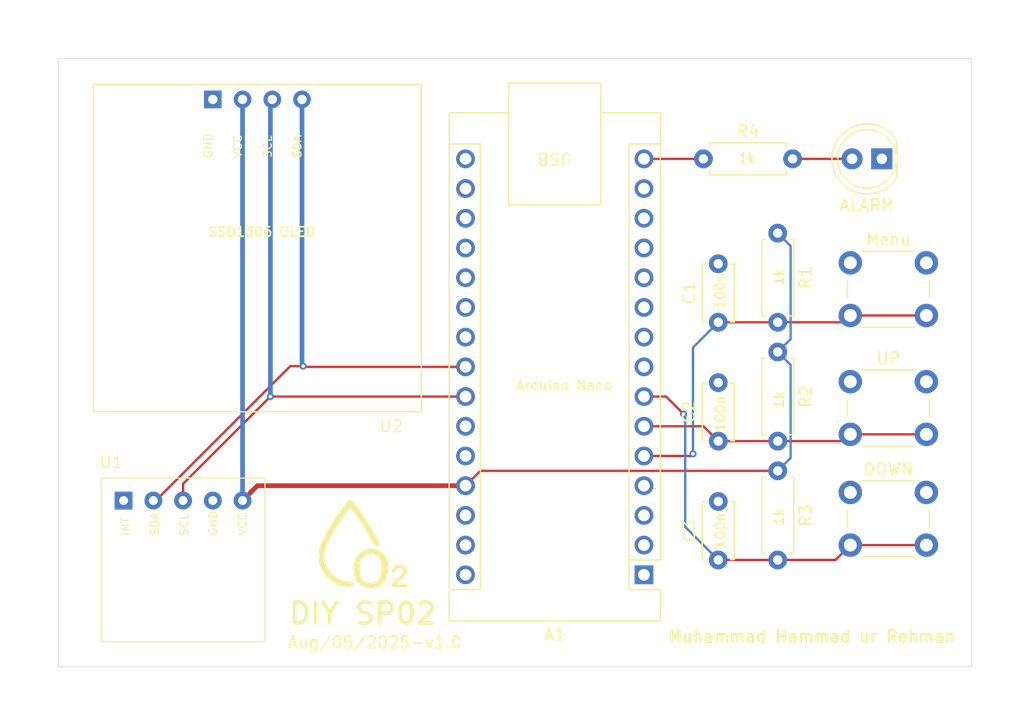
<source format=kicad_pcb>
(kicad_pcb (version 20241229) (generator "pcbnew") (generator_version "9.0")
  (layers (0 "F.Cu" signal) (4 "In1.Cu" signal) (6 "In2.Cu" signal) (2 "B.Cu" signal) (13 "F.Paste" user) (15 "B.Paste" user) (5 "F.SilkS" user "F.Silkscreen") (7 "B.SilkS" user "B.Silkscreen") (1 "F.Mask" user) (3 "B.Mask" user) (25 "Edge.Cuts" user))
  (net 0 "")
  (net 1 "Net-(A1-A5)")
  (net 3 "GND")
  (net 7 "Net-(A1-A4)")
  (net 12 "Net-(A1-D4)")
  (net 19 "Net-(A1-D3)")
  (net 20 "Net-(A1-D2)")
  (net 22 "+5V")
  (net 24 "Net-(A1-D12)")
  (net 30 "Net-(D1-A)")
  (footprint "Button_Switch_THT:SW_PUSH_6mm" (layer "F.Cu") (at 97.64 87.63)
    (property "Reference" "UP" (at 3.25 -2 0) (layer "F.SilkS"))
    (property "Value" "SW_Push")
    (fp_line (start -0.25 1.5) (end -0.25 3) (stroke (width 0.12)) (layer "F.SilkS"))
    (fp_line (start 1 5.5) (end 5.5 5.5) (stroke (width 0.12)) (layer "F.SilkS"))
    (fp_line (start 5.5 -1) (end 1 -1) (stroke (width 0.12)) (layer "F.SilkS"))
    (fp_line (start 6.75 3) (end 6.75 1.5) (stroke (width 0.12)) (layer "F.SilkS"))
    (pad "1" thru_hole circle (at 0 0 90) (size 2 2) (drill 1.1) (layers "*.Cu" "*.Mask") (net 3 "GND"))
    (pad "1" thru_hole circle (at 6.5 0 90) (size 2 2) (drill 1.1) (layers "*.Cu" "*.Mask") (net 3 "GND"))
    (pad "2" thru_hole circle (at 0 4.5 90) (size 2 2) (drill 1.1) (layers "*.Cu" "*.Mask") (net 19 "Net-(A1-D3)"))
    (pad "2" thru_hole circle (at 6.5 4.5 90) (size 2 2) (drill 1.1) (layers "*.Cu" "*.Mask") (net 19 "Net-(A1-D3)"))
  )
  (footprint "LED_THT:LED_D5.0mm" (layer "F.Cu") (at 100.33 68.58 180)
    (property "Reference" "ALARM" (at 1.27 -3.96 0) (layer "F.SilkS"))
    (property "Value" "LED")
    (fp_line (start -1.29 -1.545) (end -1.29 1.545) (stroke (width 0.12)) (layer "F.SilkS"))
    (fp_arc (start 4.26 0.000048) (mid 2.071756 2.880501) (end -1.29 1.54483) (stroke (width 0.12)) (layer "F.SilkS"))
    (fp_arc (start -1.29 -1.54483) (mid 2.071756 -2.880501) (end 4.26 -0.000048) (stroke (width 0.12)) (layer "F.SilkS"))
    (fp_circle (center 1.27 0) (end 3.77 0) (stroke (width 0.12)) (fill no) (layer "F.SilkS"))
    (pad "1" thru_hole rect (at 0 0 180) (size 1.8 1.8) (drill 0.9) (layers "*.Cu" "*.Mask") (net 3 "GND"))
    (pad "2" thru_hole circle (at 2.54 0 180) (size 1.8 1.8) (drill 0.9) (layers "*.Cu" "*.Mask") (net 30 "Net-(D1-A)"))
  )
  (footprint "Resistor_THT:R_Axial_DIN0207_L6.3mm_D2.5mm_P7.62mm_Horizontal" (layer "F.Cu") (at 91.44 85.09 -90)
    (property "Reference" "R2" (at 3.81 -2.37 90) (layer "F.SilkS"))
    (property "Value" "1k")
    (fp_line (start 0.54 1.37) (end 7.08 1.37) (stroke (width 0.12)) (layer "F.SilkS"))
    (fp_line (start 7.08 1.37) (end 7.08 1.04) (stroke (width 0.12)) (layer "F.SilkS"))
    (fp_line (start 0.54 1.04) (end 0.54 1.37) (stroke (width 0.12)) (layer "F.SilkS"))
    (fp_line (start 0.54 -1.04) (end 0.54 -1.37) (stroke (width 0.12)) (layer "F.SilkS"))
    (fp_line (start 0.54 -1.37) (end 7.08 -1.37) (stroke (width 0.12)) (layer "F.SilkS"))
    (fp_line (start 7.08 -1.37) (end 7.08 -1.04) (stroke (width 0.12)) (layer "F.SilkS"))
    (pad "1" thru_hole circle (at 0 0 270) (size 1.6 1.6) (drill 0.8) (layers "*.Cu" "*.Mask") (net 22 "+5V"))
    (pad "2" thru_hole oval (at 7.62 0 270) (size 1.6 1.6) (drill 0.8) (layers "*.Cu" "*.Mask") (net 19 "Net-(A1-D3)"))
  )
  (footprint "Resistor_THT:R_Axial_DIN0207_L6.3mm_D2.5mm_P7.62mm_Horizontal" (layer "F.Cu") (at 91.44 95.25 -90)
    (property "Reference" "R3" (at 3.81 -2.37 90) (layer "F.SilkS"))
    (property "Value" "1k")
    (fp_line (start 0.54 1.37) (end 7.08 1.37) (stroke (width 0.12)) (layer "F.SilkS"))
    (fp_line (start 7.08 1.37) (end 7.08 1.04) (stroke (width 0.12)) (layer "F.SilkS"))
    (fp_line (start 0.54 1.04) (end 0.54 1.37) (stroke (width 0.12)) (layer "F.SilkS"))
    (fp_line (start 0.54 -1.04) (end 0.54 -1.37) (stroke (width 0.12)) (layer "F.SilkS"))
    (fp_line (start 0.54 -1.37) (end 7.08 -1.37) (stroke (width 0.12)) (layer "F.SilkS"))
    (fp_line (start 7.08 -1.37) (end 7.08 -1.04) (stroke (width 0.12)) (layer "F.SilkS"))
    (pad "1" thru_hole circle (at 0 0 270) (size 1.6 1.6) (drill 0.8) (layers "*.Cu" "*.Mask") (net 22 "+5V"))
    (pad "2" thru_hole oval (at 7.62 0 270) (size 1.6 1.6) (drill 0.8) (layers "*.Cu" "*.Mask") (net 12 "Net-(A1-D4)"))
  )
  (footprint "sp02-stuff:MAX30102_MODULE" (layer "F.Cu") (at 40.64 102.87)
    (property "Reference" "U1" (at -6.14 -8.37 0) (layer "F.SilkS") (effects (font (thickness 0.1))))
    (property "Value" "MAX30102")
    (fp_line (start -7 -7) (end 7 -7) (stroke (width 0.1)) (layer "F.SilkS"))
    (fp_line (start -7 7) (end -7 -7) (stroke (width 0.1)) (layer "F.SilkS"))
    (fp_line (start 7 -7) (end 7 7) (stroke (width 0.1)) (layer "F.SilkS"))
    (fp_line (start 7 7) (end -7 7) (stroke (width 0.1)) (layer "F.SilkS"))
    (fp_text user "INT" (at -4.5 -2 90) (layer "F.SilkS") (effects (font (size 0.7 0.7) (thickness 0.1)) (justify left bottom)))
    (fp_text user "SCL" (at 0.5 -2 90) (layer "F.SilkS") (effects (font (size 0.7 0.7) (thickness 0.1)) (justify left bottom)))
    (fp_text user "GND" (at 3 -2 90) (layer "F.SilkS") (effects (font (size 0.7 0.7) (thickness 0.1)) (justify left bottom)))
    (fp_text user "VCC" (at 5.5 -2 90) (layer "F.SilkS") (effects (font (size 0.7 0.7) (thickness 0.1)) (justify left bottom)))
    (fp_text user "SDA" (at -2 -2 90) (layer "F.SilkS") (effects (font (size 0.7 0.7) (thickness 0.1)) (justify left bottom)))
    (pad "1" thru_hole rect (at -5.08 -5.08) (size 1.524 1.524) (drill 0.762) (layers "*.Cu" "*.Mask"))
    (pad "2" thru_hole circle (at -2.54 -5.08) (size 1.524 1.524) (drill 0.762) (layers "*.Cu" "*.Mask") (net 7 "Net-(A1-A4)"))
    (pad "3" thru_hole circle (at 0 -5.08) (size 1.524 1.524) (drill 0.762) (layers "*.Cu" "*.Mask") (net 1 "Net-(A1-A5)"))
    (pad "4" thru_hole circle (at 2.54 -5.08) (size 1.524 1.524) (drill 0.762) (layers "*.Cu" "*.Mask") (net 3 "GND"))
    (pad "5" thru_hole circle (at 5.08 -5.08) (size 1.524 1.524) (drill 0.762) (layers "*.Cu" "*.Mask") (net 22 "+5V"))
  )
  (footprint "Capacitor_THT:C_Disc_D4.7mm_W2.5mm_P5.00mm" (layer "F.Cu") (at 86.36 92.71 90)
    (property "Reference" "C2" (at 2.5 -2.5 90) (layer "F.SilkS"))
    (property "Value" "100n")
    (fp_line (start 4.97 -1.37) (end 4.97 -1.04) (stroke (width 0.12)) (layer "F.SilkS"))
    (fp_line (start 0.03 -1.37) (end 4.97 -1.37) (stroke (width 0.12)) (layer "F.SilkS"))
    (fp_line (start 0.03 -1.37) (end 0.03 -1.04) (stroke (width 0.12)) (layer "F.SilkS"))
    (fp_line (start 4.97 1.04) (end 4.97 1.37) (stroke (width 0.12)) (layer "F.SilkS"))
    (fp_line (start 0.03 1.04) (end 0.03 1.37) (stroke (width 0.12)) (layer "F.SilkS"))
    (fp_line (start 0.03 1.37) (end 4.97 1.37) (stroke (width 0.12)) (layer "F.SilkS"))
    (pad "1" thru_hole circle (at 0 0 90) (size 1.6 1.6) (drill 0.8) (layers "*.Cu" "*.Mask") (net 19 "Net-(A1-D3)"))
    (pad "2" thru_hole circle (at 5 0 90) (size 1.6 1.6) (drill 0.8) (layers "*.Cu" "*.Mask") (net 3 "GND"))
  )
  (footprint "Button_Switch_THT:SW_PUSH_6mm" (layer "F.Cu") (at 97.64 77.47)
    (property "Reference" "Menu" (at 3.25 -2 0) (layer "F.SilkS"))
    (property "Value" "SW_Push")
    (fp_line (start -0.25 1.5) (end -0.25 3) (stroke (width 0.12)) (layer "F.SilkS"))
    (fp_line (start 1 5.5) (end 5.5 5.5) (stroke (width 0.12)) (layer "F.SilkS"))
    (fp_line (start 5.5 -1) (end 1 -1) (stroke (width 0.12)) (layer "F.SilkS"))
    (fp_line (start 6.75 3) (end 6.75 1.5) (stroke (width 0.12)) (layer "F.SilkS"))
    (pad "1" thru_hole circle (at 0 0 90) (size 2 2) (drill 1.1) (layers "*.Cu" "*.Mask") (net 3 "GND"))
    (pad "1" thru_hole circle (at 6.5 0 90) (size 2 2) (drill 1.1) (layers "*.Cu" "*.Mask") (net 3 "GND"))
    (pad "2" thru_hole circle (at 0 4.5 90) (size 2 2) (drill 1.1) (layers "*.Cu" "*.Mask") (net 20 "Net-(A1-D2)"))
    (pad "2" thru_hole circle (at 6.5 4.5 90) (size 2 2) (drill 1.1) (layers "*.Cu" "*.Mask") (net 20 "Net-(A1-D2)"))
  )
  (footprint "Resistor_THT:R_Axial_DIN0207_L6.3mm_D2.5mm_P7.62mm_Horizontal" (layer "F.Cu") (at 91.44 74.93 -90)
    (property "Reference" "R1" (at 3.81 -2.37 90) (layer "F.SilkS"))
    (property "Value" "1k")
    (fp_line (start 0.54 1.37) (end 7.08 1.37) (stroke (width 0.12)) (layer "F.SilkS"))
    (fp_line (start 7.08 1.37) (end 7.08 1.04) (stroke (width 0.12)) (layer "F.SilkS"))
    (fp_line (start 0.54 1.04) (end 0.54 1.37) (stroke (width 0.12)) (layer "F.SilkS"))
    (fp_line (start 0.54 -1.04) (end 0.54 -1.37) (stroke (width 0.12)) (layer "F.SilkS"))
    (fp_line (start 0.54 -1.37) (end 7.08 -1.37) (stroke (width 0.12)) (layer "F.SilkS"))
    (fp_line (start 7.08 -1.37) (end 7.08 -1.04) (stroke (width 0.12)) (layer "F.SilkS"))
    (pad "1" thru_hole circle (at 0 0 270) (size 1.6 1.6) (drill 0.8) (layers "*.Cu" "*.Mask") (net 22 "+5V"))
    (pad "2" thru_hole oval (at 7.62 0 270) (size 1.6 1.6) (drill 0.8) (layers "*.Cu" "*.Mask") (net 20 "Net-(A1-D2)"))
  )
  (footprint "Capacitor_THT:C_Disc_D4.7mm_W2.5mm_P5.00mm" (layer "F.Cu") (at 86.36 102.87 90)
    (property "Reference" "C3" (at 2.5 -2.5 90) (layer "F.SilkS"))
    (property "Value" "100n")
    (fp_line (start 4.97 -1.37) (end 4.97 -1.04) (stroke (width 0.12)) (layer "F.SilkS"))
    (fp_line (start 0.03 -1.37) (end 4.97 -1.37) (stroke (width 0.12)) (layer "F.SilkS"))
    (fp_line (start 0.03 -1.37) (end 0.03 -1.04) (stroke (width 0.12)) (layer "F.SilkS"))
    (fp_line (start 4.97 1.04) (end 4.97 1.37) (stroke (width 0.12)) (layer "F.SilkS"))
    (fp_line (start 0.03 1.04) (end 0.03 1.37) (stroke (width 0.12)) (layer "F.SilkS"))
    (fp_line (start 0.03 1.37) (end 4.97 1.37) (stroke (width 0.12)) (layer "F.SilkS"))
    (pad "1" thru_hole circle (at 0 0 90) (size 1.6 1.6) (drill 0.8) (layers "*.Cu" "*.Mask") (net 12 "Net-(A1-D4)"))
    (pad "2" thru_hole circle (at 5 0 90) (size 1.6 1.6) (drill 0.8) (layers "*.Cu" "*.Mask") (net 3 "GND"))
  )
  (footprint "sp02-stuff:SSD1306" (layer "F.Cu") (at 46.99 76.2)
    (property "Reference" "U2" (at 11.43 15.24 0) (layer "F.SilkS") (effects (font (thickness 0.1))))
    (property "Value" "SSD1306")
    (fp_line (start -14 -14) (end 14 -14) (stroke (width 0.1)) (layer "F.SilkS"))
    (fp_line (start -14 14) (end -14 -14) (stroke (width 0.1)) (layer "F.SilkS"))
    (fp_line (start 14 -14) (end 14 14) (stroke (width 0.1)) (layer "F.SilkS"))
    (fp_line (start 14 14) (end -14 14) (stroke (width 0.1)) (layer "F.SilkS"))
    (fp_rect (start -14 -14) (end 14 14) (stroke (width 0.1)) (fill no) (layer "F.SilkS"))
    (fp_text user "SCL" (at 1.27 -7.62 90) (layer "F.SilkS") (effects (font (size 0.7 0.7) (thickness 0.1)) (justify left bottom)))
    (fp_text user "VCC" (at -1.27 -7.62 90) (layer "F.SilkS") (effects (font (size 0.7 0.7) (thickness 0.1)) (justify left bottom)))
    (fp_text user "GND" (at -3.81 -7.62 90) (layer "F.SilkS") (effects (font (size 0.7 0.7) (thickness 0.1)) (justify left bottom)))
    (fp_text user "SDA" (at 3.81 -7.62 90) (layer "F.SilkS") (effects (font (size 0.7 0.7) (thickness 0.1)) (justify left bottom)))
    (pad "1" thru_hole rect (at -3.81 -12.7) (size 1.5 1.5) (drill 0.8) (layers "*.Cu" "*.Mask") (net 3 "GND"))
    (pad "2" thru_hole circle (at -1.27 -12.7) (size 1.5 1.5) (drill 0.8) (layers "*.Cu" "*.Mask") (net 22 "+5V"))
    (pad "3" thru_hole circle (at 1.27 -12.7) (size 1.5 1.5) (drill 0.8) (layers "*.Cu" "*.Mask") (net 1 "Net-(A1-A5)"))
    (pad "4" thru_hole circle (at 3.81 -12.7) (size 1.5 1.5) (drill 0.8) (layers "*.Cu" "*.Mask") (net 7 "Net-(A1-A4)"))
  )
  (footprint "Capacitor_THT:C_Disc_D4.7mm_W2.5mm_P5.00mm" (layer "F.Cu") (at 86.36 82.55 90)
    (property "Reference" "C1" (at 2.5 -2.5 90) (layer "F.SilkS"))
    (property "Value" "100n")
    (fp_line (start 4.97 -1.37) (end 4.97 -1.04) (stroke (width 0.12)) (layer "F.SilkS"))
    (fp_line (start 0.03 -1.37) (end 4.97 -1.37) (stroke (width 0.12)) (layer "F.SilkS"))
    (fp_line (start 0.03 -1.37) (end 0.03 -1.04) (stroke (width 0.12)) (layer "F.SilkS"))
    (fp_line (start 4.97 1.04) (end 4.97 1.37) (stroke (width 0.12)) (layer "F.SilkS"))
    (fp_line (start 0.03 1.04) (end 0.03 1.37) (stroke (width 0.12)) (layer "F.SilkS"))
    (fp_line (start 0.03 1.37) (end 4.97 1.37) (stroke (width 0.12)) (layer "F.SilkS"))
    (pad "1" thru_hole circle (at 0 0 90) (size 1.6 1.6) (drill 0.8) (layers "*.Cu" "*.Mask") (net 20 "Net-(A1-D2)"))
    (pad "2" thru_hole circle (at 5 0 90) (size 1.6 1.6) (drill 0.8) (layers "*.Cu" "*.Mask") (net 3 "GND"))
  )
  (footprint "Module:Arduino_Nano" (layer "F.Cu") (at 80.01 104.14 180)
    (property "Reference" "A1" (at 7.62 -5.08 0) (layer "F.SilkS"))
    (property "Value" "Arduino_Nano_v3.x")
    (fp_line (start 16.64 39.5) (end 16.64 -3.94) (stroke (width 0.12)) (layer "F.SilkS"))
    (fp_line (start 16.64 39.5) (end 11.56 39.5) (stroke (width 0.12)) (layer "F.SilkS"))
    (fp_line (start 16.64 -3.94) (end -1.4 -3.94) (stroke (width 0.12)) (layer "F.SilkS"))
    (fp_line (start 13.97 36.83) (end 16.64 36.83) (stroke (width 0.12)) (layer "F.SilkS"))
    (fp_line (start 13.97 -1.27) (end 16.64 -1.27) (stroke (width 0.12)) (layer "F.SilkS"))
    (fp_line (start 13.97 -1.27) (end 13.97 36.83) (stroke (width 0.12)) (layer "F.SilkS"))
    (fp_line (start 11.56 42.04) (end 3.68 42.04) (stroke (width 0.12)) (layer "F.SilkS"))
    (fp_line (start 11.56 31.62) (end 11.56 42.04) (stroke (width 0.12)) (layer "F.SilkS"))
    (fp_line (start 3.68 42.04) (end 3.68 31.62) (stroke (width 0.12)) (layer "F.SilkS"))
    (fp_line (start 3.68 31.62) (end 11.56 31.62) (stroke (width 0.12)) (layer "F.SilkS"))
    (fp_line (start 1.27 36.83) (end -1.4 36.83) (stroke (width 0.12)) (layer "F.SilkS"))
    (fp_line (start 1.27 1.27) (end 1.27 36.83) (stroke (width 0.12)) (layer "F.SilkS"))
    (fp_line (start 1.27 1.27) (end 1.27 -1.27) (stroke (width 0.12)) (layer "F.SilkS"))
    (fp_line (start 1.27 1.27) (end -1.4 1.27) (stroke (width 0.12)) (layer "F.SilkS"))
    (fp_line (start 1.27 -1.27) (end -1.4 -1.27) (stroke (width 0.12)) (layer "F.SilkS"))
    (fp_line (start -1.4 39.5) (end 3.68 39.5) (stroke (width 0.12)) (layer "F.SilkS"))
    (fp_line (start -1.4 1.27) (end -1.4 39.5) (stroke (width 0.12)) (layer "F.SilkS"))
    (fp_line (start -1.4 -3.94) (end -1.4 -1.27) (stroke (width 0.12)) (layer "F.SilkS"))
    (fp_text user "USB" (at 7.62 35.56 180) (layer "F.SilkS"))
    (pad "1" thru_hole rect (at 0 0 180) (size 1.6 1.6) (drill 1) (layers "*.Cu" "*.Mask"))
    (pad "2" thru_hole oval (at 0 2.54 180) (size 1.6 1.6) (drill 1) (layers "*.Cu" "*.Mask"))
    (pad "3" thru_hole oval (at 0 5.08 180) (size 1.6 1.6) (drill 1) (layers "*.Cu" "*.Mask"))
    (pad "4" thru_hole oval (at 0 7.62 180) (size 1.6 1.6) (drill 1) (layers "*.Cu" "*.Mask") (net 3 "GND"))
    (pad "5" thru_hole oval (at 0 10.16 180) (size 1.6 1.6) (drill 1) (layers "*.Cu" "*.Mask") (net 20 "Net-(A1-D2)"))
    (pad "6" thru_hole oval (at 0 12.7 180) (size 1.6 1.6) (drill 1) (layers "*.Cu" "*.Mask") (net 19 "Net-(A1-D3)"))
    (pad "7" thru_hole oval (at 0 15.24 180) (size 1.6 1.6) (drill 1) (layers "*.Cu" "*.Mask") (net 12 "Net-(A1-D4)"))
    (pad "8" thru_hole oval (at 0 17.78 180) (size 1.6 1.6) (drill 1) (layers "*.Cu" "*.Mask"))
    (pad "9" thru_hole oval (at 0 20.32 180) (size 1.6 1.6) (drill 1) (layers "*.Cu" "*.Mask"))
    (pad "10" thru_hole oval (at 0 22.86 180) (size 1.6 1.6) (drill 1) (layers "*.Cu" "*.Mask"))
    (pad "11" thru_hole oval (at 0 25.4 180) (size 1.6 1.6) (drill 1) (layers "*.Cu" "*.Mask"))
    (pad "12" thru_hole oval (at 0 27.94 180) (size 1.6 1.6) (drill 1) (layers "*.Cu" "*.Mask"))
    (pad "13" thru_hole oval (at 0 30.48 180) (size 1.6 1.6) (drill 1) (layers "*.Cu" "*.Mask"))
    (pad "14" thru_hole oval (at 0 33.02 180) (size 1.6 1.6) (drill 1) (layers "*.Cu" "*.Mask"))
    (pad "15" thru_hole oval (at 0 35.56 180) (size 1.6 1.6) (drill 1) (layers "*.Cu" "*.Mask") (net 24 "Net-(A1-D12)"))
    (pad "16" thru_hole oval (at 15.24 35.56 180) (size 1.6 1.6) (drill 1) (layers "*.Cu" "*.Mask"))
    (pad "17" thru_hole oval (at 15.24 33.02 180) (size 1.6 1.6) (drill 1) (layers "*.Cu" "*.Mask"))
    (pad "18" thru_hole oval (at 15.24 30.48 180) (size 1.6 1.6) (drill 1) (layers "*.Cu" "*.Mask"))
    (pad "19" thru_hole oval (at 15.24 27.94 180) (size 1.6 1.6) (drill 1) (layers "*.Cu" "*.Mask"))
    (pad "20" thru_hole oval (at 15.24 25.4 180) (size 1.6 1.6) (drill 1) (layers "*.Cu" "*.Mask"))
    (pad "21" thru_hole oval (at 15.24 22.86 180) (size 1.6 1.6) (drill 1) (layers "*.Cu" "*.Mask"))
    (pad "22" thru_hole oval (at 15.24 20.32 180) (size 1.6 1.6) (drill 1) (layers "*.Cu" "*.Mask"))
    (pad "23" thru_hole oval (at 15.24 17.78 180) (size 1.6 1.6) (drill 1) (layers "*.Cu" "*.Mask") (net 7 "Net-(A1-A4)"))
    (pad "24" thru_hole oval (at 15.24 15.24 180) (size 1.6 1.6) (drill 1) (layers "*.Cu" "*.Mask") (net 1 "Net-(A1-A5)"))
    (pad "25" thru_hole oval (at 15.24 12.7 180) (size 1.6 1.6) (drill 1) (layers "*.Cu" "*.Mask"))
    (pad "26" thru_hole oval (at 15.24 10.16 180) (size 1.6 1.6) (drill 1) (layers "*.Cu" "*.Mask"))
    (pad "27" thru_hole oval (at 15.24 7.62 180) (size 1.6 1.6) (drill 1) (layers "*.Cu" "*.Mask") (net 22 "+5V"))
    (pad "28" thru_hole oval (at 15.24 5.08 180) (size 1.6 1.6) (drill 1) (layers "*.Cu" "*.Mask"))
    (pad "29" thru_hole oval (at 15.24 2.54 180) (size 1.6 1.6) (drill 1) (layers "*.Cu" "*.Mask") (net 3 "GND"))
    (pad "30" thru_hole oval (at 15.24 0 180) (size 1.6 1.6) (drill 1) (layers "*.Cu" "*.Mask"))
  )
  (footprint "Button_Switch_THT:SW_PUSH_6mm" (layer "F.Cu") (at 97.64 97.1)
    (property "Reference" "DOWN" (at 3.25 -2 0) (layer "F.SilkS"))
    (property "Value" "SW_Push")
    (fp_line (start -0.25 1.5) (end -0.25 3) (stroke (width 0.12)) (layer "F.SilkS"))
    (fp_line (start 1 5.5) (end 5.5 5.5) (stroke (width 0.12)) (layer "F.SilkS"))
    (fp_line (start 5.5 -1) (end 1 -1) (stroke (width 0.12)) (layer "F.SilkS"))
    (fp_line (start 6.75 3) (end 6.75 1.5) (stroke (width 0.12)) (layer "F.SilkS"))
    (pad "1" thru_hole circle (at 0 0 90) (size 2 2) (drill 1.1) (layers "*.Cu" "*.Mask") (net 3 "GND"))
    (pad "1" thru_hole circle (at 6.5 0 90) (size 2 2) (drill 1.1) (layers "*.Cu" "*.Mask") (net 3 "GND"))
    (pad "2" thru_hole circle (at 0 4.5 90) (size 2 2) (drill 1.1) (layers "*.Cu" "*.Mask") (net 12 "Net-(A1-D4)"))
    (pad "2" thru_hole circle (at 6.5 4.5 90) (size 2 2) (drill 1.1) (layers "*.Cu" "*.Mask") (net 12 "Net-(A1-D4)"))
  )
  (footprint "Resistor_THT:R_Axial_DIN0207_L6.3mm_D2.5mm_P7.62mm_Horizontal" (layer "F.Cu") (at 85.09 68.58)
    (property "Reference" "R4" (at 3.81 -2.37 0) (layer "F.SilkS"))
    (property "Value" "1k")
    (fp_line (start 0.54 -1.37) (end 7.08 -1.37) (stroke (width 0.12)) (layer "F.SilkS"))
    (fp_line (start 0.54 -1.04) (end 0.54 -1.37) (stroke (width 0.12)) (layer "F.SilkS"))
    (fp_line (start 0.54 1.04) (end 0.54 1.37) (stroke (width 0.12)) (layer "F.SilkS"))
    (fp_line (start 0.54 1.37) (end 7.08 1.37) (stroke (width 0.12)) (layer "F.SilkS"))
    (fp_line (start 7.08 -1.37) (end 7.08 -1.04) (stroke (width 0.12)) (layer "F.SilkS"))
    (fp_line (start 7.08 1.37) (end 7.08 1.04) (stroke (width 0.12)) (layer "F.SilkS"))
    (pad "1" thru_hole circle (at 0 0) (size 1.6 1.6) (drill 0.8) (layers "*.Cu" "*.Mask") (net 24 "Net-(A1-D12)"))
    (pad "2" thru_hole oval (at 7.62 0) (size 1.6 1.6) (drill 0.8) (layers "*.Cu" "*.Mask") (net 30 "Net-(D1-A)"))
  )
  (footprint "LOGO" (layer "F.Cu") (at 56 101.5)
    (property "Reference" "G***" (hide yes))
    (property "Value" "LOGO" (hide yes))
    (fp_poly (pts (xy 0.973924 0.42924) (xy 1.224688 0.489413) (xy 1.462026 0.594842) (xy 1.690073 0.743435) (xy 1.851165 0.897052) (xy 1.983144 1.09307) (xy 2.083657 1.326204) (xy 2.150351 1.591166) (xy 2.178939 1.841766) (xy 2.178544 2.175697) (xy 2.14017 2.489214) (xy 2.065779 2.777851) (xy 1.95733 3.037144) (xy 1.816786 3.262629) (xy 1.646106 3.449839) (xy 1.44725 3.59431) (xy 1.397613 3.621085) (xy 1.188117 3.703834) (xy 0.948001 3.759644) (xy 0.69571 3.785718) (xy 0.449689 3.779257) (xy 0.396447 3.772946) (xy 0.131295 3.711052) (xy -0.105592 3.604164) (xy -0.312108 3.455308) (xy -0.486145 3.26751) (xy -0.625597 3.043797) (xy -0.728357 2.787193) (xy -0.792319 2.500725) (xy -0.815375 2.187419) (xy -0.814755 2.161496) (xy -0.271632 2.161496) (xy -0.257868 2.400968) (xy -0.214673 2.631029) (xy -0.140571 2.843013) (xy -0.133276 2.858905) (xy -0.047197 3.00092) (xy 0.066755 3.129678) (xy 0.19463 3.231782) (xy 0.318253 3.292518) (xy 0.444071 3.31877) (xy 0.596139 3.329973) (xy 0.756839 3.326869) (xy 0.908557 3.310195) (xy 1.033677 3.280692) (xy 1.082567 3.260429) (xy 1.234429 3.151133) (xy 1.36142 2.996553) (xy 1.461711 2.800997) (xy 1.533472 2.568771) (xy 1.574872 2.304183) (xy 1.584912 2.077933) (xy 1.573313 1.804454) (xy 1.53739 1.574734) (xy 1.475235 1.382658) (xy 1.384942 1.222106) (xy 1.280529 1.101884) (xy 1.128667 0.992178) (xy 0.947663 0.919305) (xy 0.749671 0.884255) (xy 0.54685 0.888021) (xy 0.351353 0.931594) (xy 0.181208 1.012204) (xy 0.049371 1.1262) (xy -0.061888 1.28277) (xy -0.151094 1.473248) (xy -0.21677 1.688972) (xy -0.257441 1.921276) (xy -0.271632 2.161496) (xy -0.814755 2.161496) (xy -0.81179 2.037456) (xy -0.778206 1.716268) (xy -0.712218 1.434878) (xy -0.611484 1.187405) (xy -0.473661 0.96797) (xy -0.313783 0.787446) (xy -0.109411 0.624252) (xy 0.122855 0.507242) (xy 0.384049 0.436031) (xy 0.675203 0.410233) (xy 0.697201 0.410118)) (fill yes) (layer "F.SilkS"))
    (fp_poly (pts (xy 3.34004 1.795676) (xy 3.414821 1.81725) (xy 3.559351 1.891473) (xy 3.668714 2.001266) (xy 3.739595 2.137751) (xy 3.768679 2.292051) (xy 3.752651 2.455286) (xy 3.703346 2.589929) (xy 3.657547 2.666529) (xy 3.591891 2.748357) (xy 3.500462 2.841279) (xy 3.377344 2.951164) (xy 3.216618 3.08388) (xy 3.157911 3.13083) (xy 3.046284 3.224933) (xy 2.968537 3.301992) (xy 2.929813 3.356699) (xy 2.92642 3.369806) (xy 2.951793 3.377162) (xy 3.022109 3.383349) (xy 3.127635 3.387845) (xy 3.258636 3.39013) (xy 3.309594 3.390312) (xy 3.461567 3.39063) (xy 3.568777 3.392644) (xy 3.641142 3.397946) (xy 3.688582 3.408125) (xy 3.721014 3.424773) (xy 3.748358 3.44948) (xy 3.760724 3.462657) (xy 3.810492 3.521405) (xy 3.823072 3.562981) (xy 3.800235 3.608585) (xy 3.77555 3.640189) (xy 3.755885 3.662453) (xy 3.732795 3.678982) (xy 3.698375 3.690716) (xy 3.644722 3.698599) (xy 3.563932 3.70357) (xy 3.4481 3.706574) (xy 3.289323 3.70855) (xy 3.194549 3.709419) (xy 3.026721 3.710162) (xy 2.87505 3.709434) (xy 2.749045 3.707392) (xy 2.658215 3.704195) (xy 2.612067 3.699999) (xy 2.611087 3.699762) (xy 2.518883 3.653241) (xy 2.470413 3.577703) (xy 2.468223 3.480096) (xy 2.499402 3.394798) (xy 2.53961 3.338874) (xy 2.612653 3.257119) (xy 2.709221 3.158544) (xy 2.820006 3.052161) (xy 2.935698 2.94698) (xy 3.046986 2.852012) (xy 3.11858 2.795458) (xy 3.25008 2.685746) (xy 3.33788 2.584644) (xy 3.389379 2.481286) (xy 3.411972 2.3648) (xy 3.412017 2.364257) (xy 3.414868 2.272595) (xy 3.400232 2.210211) (xy 3.361775 2.15285) (xy 3.35464 2.144431) (xy 3.303171 2.094518) (xy 3.246882 2.070833) (xy 3.162524 2.06432) (xy 3.148811 2.064262) (xy 3.033549 2.079566) (xy 2.940991 2.130186) (xy 2.861776 2.223181) (xy 2.806817 2.322252) (xy 2.749101 2.421397) (xy 2.691476 2.473298) (xy 2.624752 2.484603) (xy 2.590709 2.478571) (xy 2.521651 2.436103) (xy 2.487421 2.35477) (xy 2.489306 2.238895) (xy 2.501623 2.1792) (xy 2.56455 2.035134) (xy 2.66845 1.919063) (xy 2.805636 1.834036) (xy 2.96842 1.783098) (xy 3.149117 1.769295)) (fill yes) (layer "F.SilkS"))
    (fp_poly (pts (xy -1.016713 -3.767498) (xy -0.962808 -3.744679) (xy -0.901849 -3.695567) (xy -0.840448 -3.634291) (xy -0.734904 -3.515437) (xy -0.603814 -3.351778) (xy -0.449017 -3.145838) (xy -0.272356 -2.900143) (xy -0.075671 -2.617216) (xy 0.139196 -2.299582) (xy 0.20489 -2.200969) (xy 0.442631 -1.837409) (xy 0.650355 -1.507384) (xy 0.833057 -1.202427) (xy 0.99573 -0.91407) (xy 1.143369 -0.633845) (xy 1.220776 -0.478472) (xy 1.303706 -0.30181) (xy 1.359261 -0.164217) (xy 1.388713 -0.058186) (xy 1.393329 0.023795) (xy 1.37438 0.089235) (xy 1.333134 0.145644) (xy 1.327292 0.151619) (xy 1.249775 0.199486) (xy 1.152852 0.220521) (xy 1.057222 0.213613) (xy 0.983587 0.177649) (xy 0.976419 0.170462) (xy 0.949452 0.129836) (xy 0.904027 0.049797) (xy 0.84546 -0.059823) (xy 0.779066 -0.189192) (xy 0.743628 -0.260162) (xy 0.597143 -0.542153) (xy 0.421947 -0.855703) (xy 0.224519 -1.190517) (xy 0.011339 -1.536299) (xy -0.211111 -1.882755) (xy -0.436353 -2.219589) (xy -0.657905 -2.536507) (xy -0.869288 -2.823214) (xy -0.871602 -2.826252) (xy -1.077178 -3.096098) (xy -1.140646 -3.01764) (xy -1.18927 -2.95331) (xy -1.26317 -2.850048) (xy -1.357722 -2.714707) (xy -1.468299 -2.554138) (xy -1.590278 -2.375193) (xy -1.719032 -2.184724) (xy -1.849939 -1.989583) (xy -1.978372 -1.796622) (xy -2.099706 -1.612692) (xy -2.209318 -1.444646) (xy -2.302581 -1.299335) (xy -2.332996 -1.251147) (xy -2.534852 -0.916816) (xy -2.720105 -0.584921) (xy -2.885186 -0.26287) (xy -3.026526 0.041927) (xy -3.140555 0.322061) (xy -3.223704 0.570123) (xy -3.241399 0.634494) (xy -3.282547 0.893504) (xy -3.279762 1.173205) (xy -3.234446 1.463712) (xy -3.148003 1.755142) (xy -3.050212 1.982238) (xy -2.87561 2.279762) (xy -2.666561 2.535374) (xy -2.420661 2.751479) (xy -2.135503 2.930478) (xy -2.064263 2.966577) (xy -1.871858 3.05264) (xy -1.691967 3.114605) (xy -1.503862 3.158149) (xy -1.286811 3.188953) (xy -1.231433 3.194752) (xy -1.108743 3.208166) (xy -1.026986 3.222055) (xy -0.972559 3.240929) (xy -0.931864 3.269298) (xy -0.896503 3.305818) (xy -0.832816 3.407105) (xy -0.823655 3.506607) (xy -0.869006 3.603172) (xy -0.900158 3.638486) (xy -0.950146 3.682868) (xy -0.999563 3.706423) (xy -1.067864 3.715043) (xy -1.153064 3.715072) (xy -1.281402 3.708904) (xy -1.419612 3.696797) (xy -1.490097 3.688081) (xy -1.834166 3.611931) (xy -2.172084 3.485883) (xy -2.494869 3.314647) (xy -2.793536 3.102934) (xy -3.040685 2.874992) (xy -3.220768 2.671295) (xy -3.366826 2.469803) (xy -3.493889 2.248563) (xy -3.55476 2.124181) (xy -3.648427 1.905018) (xy -3.71448 1.700829) (xy -3.756634 1.494044) (xy -3.778602 1.267092) (xy -3.784185 1.038966) (xy -3.781686 0.865784) (xy -3.772184 0.715216) (xy -3.75299 0.575287) (xy -3.721414 0.434018) (xy -3.674769 0.279433) (xy -3.610365 0.099555) (xy -3.525514 -0.117593) (xy -3.523334 -0.123036) (xy -3.401284 -0.402258) (xy -3.245984 -0.715661) (xy -3.061155 -1.057136) (xy -2.850514 -1.420571) (xy -2.617782 -1.799858) (xy -2.366678 -2.188884) (xy -2.100922 -2.581539) (xy -1.824232 -2.971713) (xy -1.626149 -3.239936) (xy -1.49675 -3.410264) (xy -1.393481 -3.540795) (xy -1.311171 -3.636573) (xy -1.244646 -3.702636) (xy -1.188735 -3.744028) (xy -1.138266 -3.765789) (xy -1.088066 -3.772959) (xy -1.079152 -3.77309)) (fill yes) (layer "F.SilkS"))
  )
  (gr_line (start 30 60) (end 30 112) (stroke (width 0.05)) (layer "Edge.Cuts"))
  (gr_line (start 30 112) (end 108 112) (stroke (width 0.05)) (layer "Edge.Cuts"))
  (gr_line (start 108 112) (end 108 60) (stroke (width 0.05)) (layer "Edge.Cuts"))
  (gr_line (start 108 60) (end 30 60) (stroke (width 0.05)) (layer "Edge.Cuts"))
  (gr_text "Arduino Nano" (at 69 88.4 0) (layer "F.SilkS") (effects (font (size 0.8128 0.8128) (thickness 0.1524) (bold yes)) (justify left bottom)))
  (gr_text "1k" (at 92 79.5 90) (layer "F.SilkS") (effects (font (size 0.8128 0.8128) (thickness 0.1513) (bold yes)) (justify left bottom)))
  (gr_text "100n\n" (at 87 81.5 90) (layer "F.SilkS") (effects (font (size 0.8128 0.8128) (thickness 0.1513) (bold yes)) (justify left bottom)))
  (gr_text "DIY SP02" (at 56 108.5 0) (layer "F.SilkS") (effects (font (size 1.8 1.8) (thickness 0.3) (bold yes)) (justify bottom)))
  (gr_text "SSD1306 OLED" (at 42.7 75.3 0) (layer "F.SilkS") (effects (font (size 0.8128 0.8128) (thickness 0.15) (bold yes)) (justify left bottom)))
  (gr_text "100n\n" (at 87 102 90) (layer "F.SilkS") (effects (font (size 0.8128 0.8128) (thickness 0.1513) (bold yes)) (justify left bottom)))
  (gr_text "1k" (at 92 90 90) (layer "F.SilkS") (effects (font (size 0.8128 0.8128) (thickness 0.1513) (bold yes)) (justify left bottom)))
  (gr_text "Aug/05/2025-v1.0" (at 49.5 110.5 0) (layer "F.SilkS") (effects (font (size 1 1)) (justify left bottom)))
  (gr_text "1k" (at 88 69 0) (layer "F.SilkS") (effects (font (size 0.8128 0.8128) (thickness 0.1513) (bold yes)) (justify left bottom)))
  (gr_text "Muhammad Hammad ur Rehman" (at 82 110 0) (layer "F.SilkS") (effects (font (size 1 1) (thickness 0.2) (bold yes)) (justify left bottom)))
  (gr_text "100n\n" (at 87 92 90) (layer "F.SilkS") (effects (font (size 0.8128 0.8128) (thickness 0.1513) (bold yes)) (justify left bottom)))
  (gr_text "1k" (at 92 100 90) (layer "F.SilkS") (effects (font (size 0.8128 0.8128) (thickness 0.1513) (bold yes)) (justify left bottom)))
  (segment (start 48.1 88.9) (end 40.64 96.36) (width 0.2) (layer "F.Cu") (net 1))
  (segment (start 64.77 88.9) (end 48.1 88.9) (width 0.2) (layer "F.Cu") (net 1))
  (segment (start 40.64 96.36) (end 40.64 97.79) (width 0.2) (layer "F.Cu") (net 1))
  (via (at 48.1 88.9) (size 0.6) (drill 0.3) (layers "F.Cu" "B.Cu") (net 1))
  (segment (start 48.1 63.66) (end 48.26 63.5) (width 0.4) (layer "B.Cu") (net 1))
  (segment (start 48.1 88.9) (end 48.1 63.66) (width 0.4) (layer "B.Cu") (net 1))
  (segment (start 50.96 86.36) (end 50.9 86.3) (width 0.2) (layer "F.Cu") (net 7))
  (segment (start 38.31 97.79) (end 38.1 97.79) (width 0.2) (layer "F.Cu") (net 7))
  (segment (start 64.77 86.36) (end 50.96 86.36) (width 0.2) (layer "F.Cu") (net 7))
  (segment (start 50.9 86.3) (end 49.8 86.3) (width 0.2) (layer "F.Cu") (net 7))
  (segment (start 49.8 86.3) (end 38.31 97.79) (width 0.2) (layer "F.Cu") (net 7))
  (via (at 50.9 86.3) (size 0.6) (drill 0.3) (layers "F.Cu" "B.Cu") (net 7))
  (segment (start 50.9 86.3) (end 50.8 86.2) (width 0.4) (layer "B.Cu") (net 7))
  (segment (start 50.8 86.2) (end 50.8 63.5) (width 0.4) (layer "B.Cu") (net 7))
  (segment (start 97.64 101.6) (end 104.14 101.6) (width 0.2) (layer "F.Cu") (net 12))
  (segment (start 80.01 88.9) (end 81.9 88.9) (width 0.2) (layer "F.Cu") (net 12))
  (segment (start 96.37 102.87) (end 97.64 101.6) (width 0.2) (layer "F.Cu") (net 12))
  (segment (start 81.9 88.9) (end 83.4 90.4) (width 0.2) (layer "F.Cu") (net 12))
  (segment (start 91.44 102.87) (end 96.37 102.87) (width 0.2) (layer "F.Cu") (net 12))
  (segment (start 86.36 102.87) (end 91.44 102.87) (width 0.2) (layer "F.Cu") (net 12))
  (via (at 83.4 90.4) (size 0.6) (drill 0.3) (layers "F.Cu" "B.Cu") (net 12))
  (segment (start 83.534358 100.044358) (end 86.36 102.87) (width 0.2) (layer "B.Cu") (net 12))
  (segment (start 83.534358 90.534358) (end 83.534358 100.044358) (width 0.2) (layer "B.Cu") (net 12))
  (segment (start 83.4 90.4) (end 83.534358 90.534358) (width 0.2) (layer "B.Cu") (net 12))
  (segment (start 97.06 92.71) (end 97.64 92.13) (width 0.2) (layer "F.Cu") (net 19))
  (segment (start 97.47 92.13) (end 96.89 92.71) (width 0.2) (layer "F.Cu") (net 19))
  (segment (start 103.56 92.71) (end 104.14 92.13) (width 0.2) (layer "F.Cu") (net 19))
  (segment (start 96.89 92.71) (end 91.44 92.71) (width 0.2) (layer "F.Cu") (net 19))
  (segment (start 97.64 92.13) (end 97.47 92.13) (width 0.2) (layer "F.Cu") (net 19))
  (segment (start 86.36 92.71) (end 91.44 92.71) (width 0.2) (layer "F.Cu") (net 19))
  (segment (start 85.09 91.44) (end 86.36 92.71) (width 0.2) (layer "F.Cu") (net 19))
  (segment (start 80.01 91.44) (end 85.09 91.44) (width 0.2) (layer "F.Cu") (net 19))
  (segment (start 97.64 92.13) (end 104.14 92.13) (width 0.2) (layer "F.Cu") (net 19))
  (segment (start 97.06 82.55) (end 97.64 81.97) (width 0.2) (layer "F.Cu") (net 20))
  (segment (start 97.64 81.97) (end 104.14 81.97) (width 0.2) (layer "F.Cu") (net 20))
  (segment (start 80.01 93.98) (end 84.02 93.98) (width 0.2) (layer "F.Cu") (net 20))
  (segment (start 91.44 82.55) (end 97.06 82.55) (width 0.2) (layer "F.Cu") (net 20))
  (segment (start 84.02 93.98) (end 84.2 93.8) (width 0.2) (layer "F.Cu") (net 20))
  (segment (start 103.56 82.55) (end 104.14 81.97) (width 0.2) (layer "F.Cu") (net 20))
  (segment (start 86.36 82.55) (end 91.44 82.55) (width 0.2) (layer "F.Cu") (net 20))
  (via (at 84.2 93.8) (size 0.6) (drill 0.3) (layers "F.Cu" "B.Cu") (net 20))
  (segment (start 84.2 93.8) (end 84.2 84.71) (width 0.2) (layer "B.Cu") (net 20))
  (segment (start 84.2 84.71) (end 86.36 82.55) (width 0.2) (layer "B.Cu") (net 20))
  (segment (start 46.99 96.52) (end 45.72 97.79) (width 0.4) (layer "F.Cu") (net 22))
  (segment (start 64.77 96.52) (end 46.99 96.52) (width 0.4) (layer "F.Cu") (net 22))
  (segment (start 66.04 95.25) (end 91.44 95.25) (width 0.2) (layer "F.Cu") (net 22))
  (segment (start 64.77 96.52) (end 66.04 95.25) (width 0.2) (layer "F.Cu") (net 22))
  (segment (start 91.44 95.25) (end 92.541 94.149) (width 0.2) (layer "B.Cu") (net 22))
  (segment (start 92.541 83.989) (end 91.44 85.09) (width 0.2) (layer "B.Cu") (net 22))
  (segment (start 92.541 76.031) (end 92.541 83.989) (width 0.2) (layer "B.Cu") (net 22))
  (segment (start 92.541 86.191) (end 91.44 85.09) (width 0.2) (layer "B.Cu") (net 22))
  (segment (start 91.44 74.93) (end 92.541 76.031) (width 0.2) (layer "B.Cu") (net 22))
  (segment (start 92.541 94.149) (end 92.541 86.191) (width 0.2) (layer "B.Cu") (net 22))
  (segment (start 45.72 63.5) (end 45.72 97.79) (width 0.4) (layer "B.Cu") (net 22))
  (segment (start 80.01 68.58) (end 85.09 68.58) (width 0.2) (layer "F.Cu") (net 24))
  (segment (start 92.71 68.58) (end 97.79 68.58) (width 0.2) (layer "F.Cu") (net 30))
)
</source>
